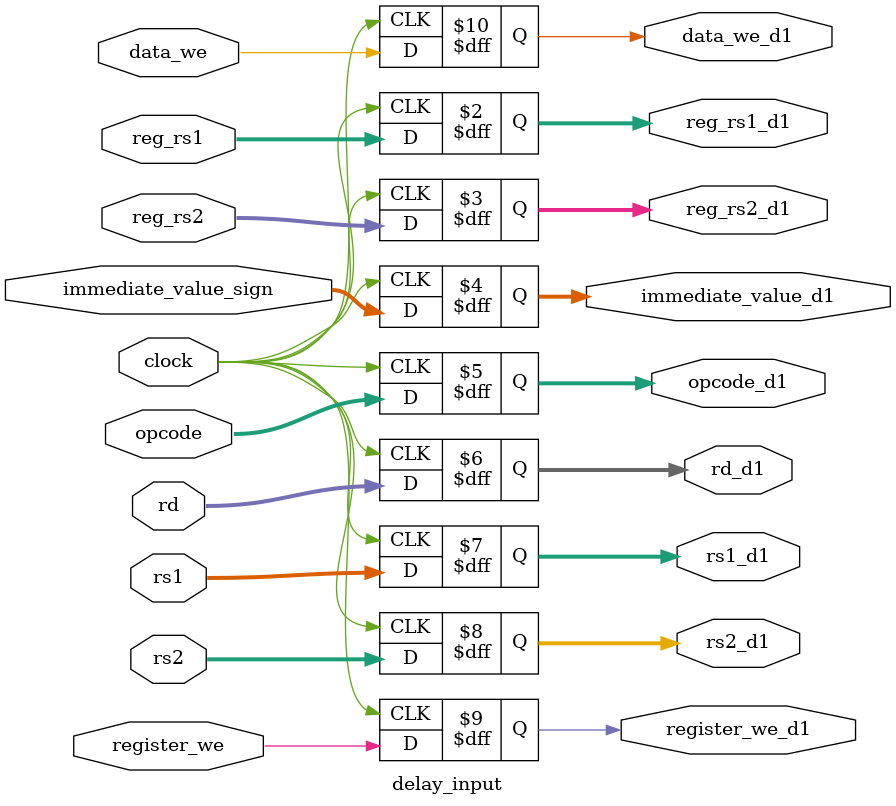
<source format=v>
module delay_input(reg_rs1_d1,reg_rs2_d1,opcode_d1,rs1_d1,rs2_d1,rd_d1,immediate_value_d1,register_we_d1,data_we_d1,reg_rs1,reg_rs2,rs1,rs2,rd,immediate_value_sign,opcode,register_we,data_we,clock);


output reg [31:0] reg_rs1_d1,reg_rs2_d1,immediate_value_d1;
output reg [5:0] opcode_d1;
output reg[4:0] rd_d1,rs1_d1,rs2_d1;
output reg register_we_d1,data_we_d1;
input [31:0] reg_rs1,reg_rs2,immediate_value_sign;
input[5:0] opcode;
input [4:0] rd,rs1,rs2;
input clock,register_we,data_we;

always@(posedge clock)
begin
 reg_rs1_d1 <= reg_rs1;
 reg_rs2_d1 <= reg_rs2;
 immediate_value_d1 <= immediate_value_sign;
 opcode_d1 <= opcode;
 rd_d1 <= rd;
 rs1_d1 <= rs1;
 rs2_d1 <= rs2;
 register_we_d1 <= register_we;
 data_we_d1 <= data_we;
end
endmodule

</source>
